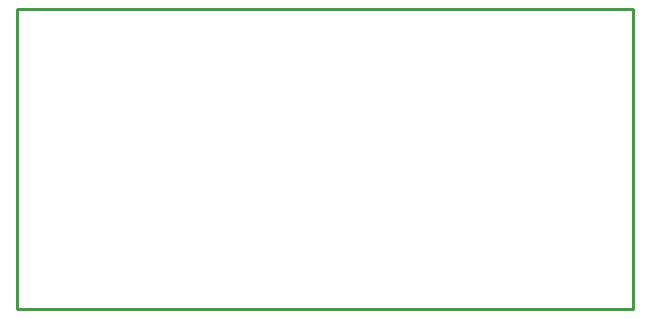
<source format=gbr>
G04 Layer: BoardOutlineLayer*
G04 EasyEDA v6.4.31, 2022-01-30 11:41:32*
G04 57c3575010554ef89b770c7f971d9fae,8da0b385d4f3487c845ab04df2d2fc66,10*
G04 Gerber Generator version 0.2*
G04 Scale: 100 percent, Rotated: No, Reflected: No *
G04 Dimensions in millimeters *
G04 leading zeros omitted , absolute positions ,4 integer and 5 decimal *
%FSLAX45Y45*%
%MOMM*%

%ADD10C,0.2540*%
D10*
X0Y0D02*
G01*
X5219700Y0D01*
X5219700Y2540000D01*
X0Y2540000D01*
X0Y0D01*

%LPD*%
M02*

</source>
